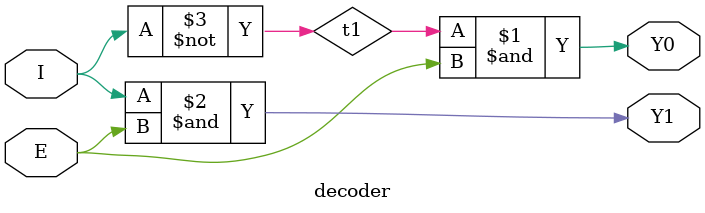
<source format=v>
`timescale 1ns / 1ps


module decoder(
    input E,I,
    output Y0,Y1
    );
    wire t1;
    not ins(t1, I);
    and in1(Y0, t1, E);
    and in2(Y1, I, E);
endmodule

</source>
